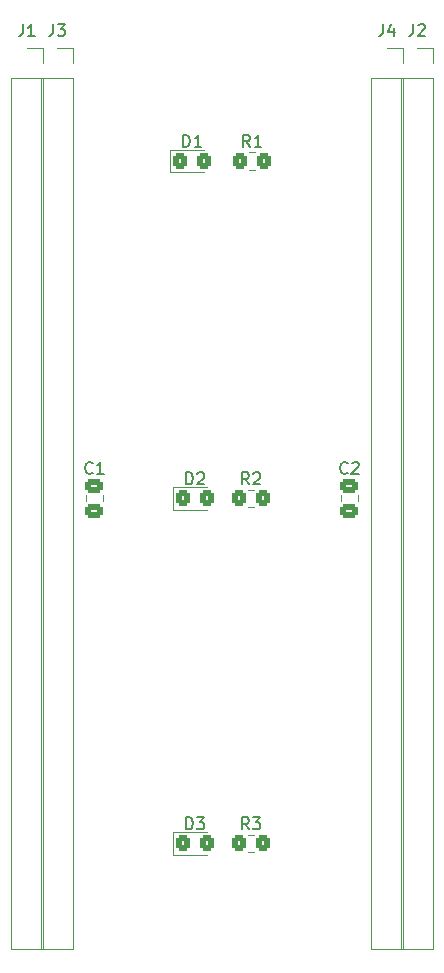
<source format=gto>
%TF.GenerationSoftware,KiCad,Pcbnew,8.0.4*%
%TF.CreationDate,2024-08-07T10:54:24+02:00*%
%TF.ProjectId,DCJ11_Carrier,44434a31-315f-4436-9172-726965722e6b,rev?*%
%TF.SameCoordinates,Original*%
%TF.FileFunction,Legend,Top*%
%TF.FilePolarity,Positive*%
%FSLAX46Y46*%
G04 Gerber Fmt 4.6, Leading zero omitted, Abs format (unit mm)*
G04 Created by KiCad (PCBNEW 8.0.4) date 2024-08-07 10:54:24*
%MOMM*%
%LPD*%
G01*
G04 APERTURE LIST*
G04 Aperture macros list*
%AMRoundRect*
0 Rectangle with rounded corners*
0 $1 Rounding radius*
0 $2 $3 $4 $5 $6 $7 $8 $9 X,Y pos of 4 corners*
0 Add a 4 corners polygon primitive as box body*
4,1,4,$2,$3,$4,$5,$6,$7,$8,$9,$2,$3,0*
0 Add four circle primitives for the rounded corners*
1,1,$1+$1,$2,$3*
1,1,$1+$1,$4,$5*
1,1,$1+$1,$6,$7*
1,1,$1+$1,$8,$9*
0 Add four rect primitives between the rounded corners*
20,1,$1+$1,$2,$3,$4,$5,0*
20,1,$1+$1,$4,$5,$6,$7,0*
20,1,$1+$1,$6,$7,$8,$9,0*
20,1,$1+$1,$8,$9,$2,$3,0*%
G04 Aperture macros list end*
%ADD10C,0.150000*%
%ADD11C,0.120000*%
%ADD12RoundRect,0.250000X-0.475000X0.337500X-0.475000X-0.337500X0.475000X-0.337500X0.475000X0.337500X0*%
%ADD13RoundRect,0.250000X0.475000X-0.337500X0.475000X0.337500X-0.475000X0.337500X-0.475000X-0.337500X0*%
%ADD14RoundRect,0.250000X-0.350000X-0.450000X0.350000X-0.450000X0.350000X0.450000X-0.350000X0.450000X0*%
%ADD15RoundRect,0.250000X-0.325000X-0.450000X0.325000X-0.450000X0.325000X0.450000X-0.325000X0.450000X0*%
%ADD16R,1.700000X1.700000*%
%ADD17R,2.200000X1.800000*%
G04 APERTURE END LIST*
D10*
X146518333Y-87989580D02*
X146470714Y-88037200D01*
X146470714Y-88037200D02*
X146327857Y-88084819D01*
X146327857Y-88084819D02*
X146232619Y-88084819D01*
X146232619Y-88084819D02*
X146089762Y-88037200D01*
X146089762Y-88037200D02*
X145994524Y-87941961D01*
X145994524Y-87941961D02*
X145946905Y-87846723D01*
X145946905Y-87846723D02*
X145899286Y-87656247D01*
X145899286Y-87656247D02*
X145899286Y-87513390D01*
X145899286Y-87513390D02*
X145946905Y-87322914D01*
X145946905Y-87322914D02*
X145994524Y-87227676D01*
X145994524Y-87227676D02*
X146089762Y-87132438D01*
X146089762Y-87132438D02*
X146232619Y-87084819D01*
X146232619Y-87084819D02*
X146327857Y-87084819D01*
X146327857Y-87084819D02*
X146470714Y-87132438D01*
X146470714Y-87132438D02*
X146518333Y-87180057D01*
X146899286Y-87180057D02*
X146946905Y-87132438D01*
X146946905Y-87132438D02*
X147042143Y-87084819D01*
X147042143Y-87084819D02*
X147280238Y-87084819D01*
X147280238Y-87084819D02*
X147375476Y-87132438D01*
X147375476Y-87132438D02*
X147423095Y-87180057D01*
X147423095Y-87180057D02*
X147470714Y-87275295D01*
X147470714Y-87275295D02*
X147470714Y-87370533D01*
X147470714Y-87370533D02*
X147423095Y-87513390D01*
X147423095Y-87513390D02*
X146851667Y-88084819D01*
X146851667Y-88084819D02*
X147470714Y-88084819D01*
X124928333Y-87989580D02*
X124880714Y-88037200D01*
X124880714Y-88037200D02*
X124737857Y-88084819D01*
X124737857Y-88084819D02*
X124642619Y-88084819D01*
X124642619Y-88084819D02*
X124499762Y-88037200D01*
X124499762Y-88037200D02*
X124404524Y-87941961D01*
X124404524Y-87941961D02*
X124356905Y-87846723D01*
X124356905Y-87846723D02*
X124309286Y-87656247D01*
X124309286Y-87656247D02*
X124309286Y-87513390D01*
X124309286Y-87513390D02*
X124356905Y-87322914D01*
X124356905Y-87322914D02*
X124404524Y-87227676D01*
X124404524Y-87227676D02*
X124499762Y-87132438D01*
X124499762Y-87132438D02*
X124642619Y-87084819D01*
X124642619Y-87084819D02*
X124737857Y-87084819D01*
X124737857Y-87084819D02*
X124880714Y-87132438D01*
X124880714Y-87132438D02*
X124928333Y-87180057D01*
X125880714Y-88084819D02*
X125309286Y-88084819D01*
X125595000Y-88084819D02*
X125595000Y-87084819D01*
X125595000Y-87084819D02*
X125499762Y-87227676D01*
X125499762Y-87227676D02*
X125404524Y-87322914D01*
X125404524Y-87322914D02*
X125309286Y-87370533D01*
X138173333Y-118184819D02*
X137840000Y-117708628D01*
X137601905Y-118184819D02*
X137601905Y-117184819D01*
X137601905Y-117184819D02*
X137982857Y-117184819D01*
X137982857Y-117184819D02*
X138078095Y-117232438D01*
X138078095Y-117232438D02*
X138125714Y-117280057D01*
X138125714Y-117280057D02*
X138173333Y-117375295D01*
X138173333Y-117375295D02*
X138173333Y-117518152D01*
X138173333Y-117518152D02*
X138125714Y-117613390D01*
X138125714Y-117613390D02*
X138078095Y-117661009D01*
X138078095Y-117661009D02*
X137982857Y-117708628D01*
X137982857Y-117708628D02*
X137601905Y-117708628D01*
X138506667Y-117184819D02*
X139125714Y-117184819D01*
X139125714Y-117184819D02*
X138792381Y-117565771D01*
X138792381Y-117565771D02*
X138935238Y-117565771D01*
X138935238Y-117565771D02*
X139030476Y-117613390D01*
X139030476Y-117613390D02*
X139078095Y-117661009D01*
X139078095Y-117661009D02*
X139125714Y-117756247D01*
X139125714Y-117756247D02*
X139125714Y-117994342D01*
X139125714Y-117994342D02*
X139078095Y-118089580D01*
X139078095Y-118089580D02*
X139030476Y-118137200D01*
X139030476Y-118137200D02*
X138935238Y-118184819D01*
X138935238Y-118184819D02*
X138649524Y-118184819D01*
X138649524Y-118184819D02*
X138554286Y-118137200D01*
X138554286Y-118137200D02*
X138506667Y-118089580D01*
X138173333Y-88974819D02*
X137840000Y-88498628D01*
X137601905Y-88974819D02*
X137601905Y-87974819D01*
X137601905Y-87974819D02*
X137982857Y-87974819D01*
X137982857Y-87974819D02*
X138078095Y-88022438D01*
X138078095Y-88022438D02*
X138125714Y-88070057D01*
X138125714Y-88070057D02*
X138173333Y-88165295D01*
X138173333Y-88165295D02*
X138173333Y-88308152D01*
X138173333Y-88308152D02*
X138125714Y-88403390D01*
X138125714Y-88403390D02*
X138078095Y-88451009D01*
X138078095Y-88451009D02*
X137982857Y-88498628D01*
X137982857Y-88498628D02*
X137601905Y-88498628D01*
X138554286Y-88070057D02*
X138601905Y-88022438D01*
X138601905Y-88022438D02*
X138697143Y-87974819D01*
X138697143Y-87974819D02*
X138935238Y-87974819D01*
X138935238Y-87974819D02*
X139030476Y-88022438D01*
X139030476Y-88022438D02*
X139078095Y-88070057D01*
X139078095Y-88070057D02*
X139125714Y-88165295D01*
X139125714Y-88165295D02*
X139125714Y-88260533D01*
X139125714Y-88260533D02*
X139078095Y-88403390D01*
X139078095Y-88403390D02*
X138506667Y-88974819D01*
X138506667Y-88974819D02*
X139125714Y-88974819D01*
X138263333Y-60399819D02*
X137930000Y-59923628D01*
X137691905Y-60399819D02*
X137691905Y-59399819D01*
X137691905Y-59399819D02*
X138072857Y-59399819D01*
X138072857Y-59399819D02*
X138168095Y-59447438D01*
X138168095Y-59447438D02*
X138215714Y-59495057D01*
X138215714Y-59495057D02*
X138263333Y-59590295D01*
X138263333Y-59590295D02*
X138263333Y-59733152D01*
X138263333Y-59733152D02*
X138215714Y-59828390D01*
X138215714Y-59828390D02*
X138168095Y-59876009D01*
X138168095Y-59876009D02*
X138072857Y-59923628D01*
X138072857Y-59923628D02*
X137691905Y-59923628D01*
X139215714Y-60399819D02*
X138644286Y-60399819D01*
X138930000Y-60399819D02*
X138930000Y-59399819D01*
X138930000Y-59399819D02*
X138834762Y-59542676D01*
X138834762Y-59542676D02*
X138739524Y-59637914D01*
X138739524Y-59637914D02*
X138644286Y-59685533D01*
X132856905Y-118184819D02*
X132856905Y-117184819D01*
X132856905Y-117184819D02*
X133095000Y-117184819D01*
X133095000Y-117184819D02*
X133237857Y-117232438D01*
X133237857Y-117232438D02*
X133333095Y-117327676D01*
X133333095Y-117327676D02*
X133380714Y-117422914D01*
X133380714Y-117422914D02*
X133428333Y-117613390D01*
X133428333Y-117613390D02*
X133428333Y-117756247D01*
X133428333Y-117756247D02*
X133380714Y-117946723D01*
X133380714Y-117946723D02*
X133333095Y-118041961D01*
X133333095Y-118041961D02*
X133237857Y-118137200D01*
X133237857Y-118137200D02*
X133095000Y-118184819D01*
X133095000Y-118184819D02*
X132856905Y-118184819D01*
X133761667Y-117184819D02*
X134380714Y-117184819D01*
X134380714Y-117184819D02*
X134047381Y-117565771D01*
X134047381Y-117565771D02*
X134190238Y-117565771D01*
X134190238Y-117565771D02*
X134285476Y-117613390D01*
X134285476Y-117613390D02*
X134333095Y-117661009D01*
X134333095Y-117661009D02*
X134380714Y-117756247D01*
X134380714Y-117756247D02*
X134380714Y-117994342D01*
X134380714Y-117994342D02*
X134333095Y-118089580D01*
X134333095Y-118089580D02*
X134285476Y-118137200D01*
X134285476Y-118137200D02*
X134190238Y-118184819D01*
X134190238Y-118184819D02*
X133904524Y-118184819D01*
X133904524Y-118184819D02*
X133809286Y-118137200D01*
X133809286Y-118137200D02*
X133761667Y-118089580D01*
X132856905Y-88974819D02*
X132856905Y-87974819D01*
X132856905Y-87974819D02*
X133095000Y-87974819D01*
X133095000Y-87974819D02*
X133237857Y-88022438D01*
X133237857Y-88022438D02*
X133333095Y-88117676D01*
X133333095Y-88117676D02*
X133380714Y-88212914D01*
X133380714Y-88212914D02*
X133428333Y-88403390D01*
X133428333Y-88403390D02*
X133428333Y-88546247D01*
X133428333Y-88546247D02*
X133380714Y-88736723D01*
X133380714Y-88736723D02*
X133333095Y-88831961D01*
X133333095Y-88831961D02*
X133237857Y-88927200D01*
X133237857Y-88927200D02*
X133095000Y-88974819D01*
X133095000Y-88974819D02*
X132856905Y-88974819D01*
X133809286Y-88070057D02*
X133856905Y-88022438D01*
X133856905Y-88022438D02*
X133952143Y-87974819D01*
X133952143Y-87974819D02*
X134190238Y-87974819D01*
X134190238Y-87974819D02*
X134285476Y-88022438D01*
X134285476Y-88022438D02*
X134333095Y-88070057D01*
X134333095Y-88070057D02*
X134380714Y-88165295D01*
X134380714Y-88165295D02*
X134380714Y-88260533D01*
X134380714Y-88260533D02*
X134333095Y-88403390D01*
X134333095Y-88403390D02*
X133761667Y-88974819D01*
X133761667Y-88974819D02*
X134380714Y-88974819D01*
X132611905Y-60399819D02*
X132611905Y-59399819D01*
X132611905Y-59399819D02*
X132850000Y-59399819D01*
X132850000Y-59399819D02*
X132992857Y-59447438D01*
X132992857Y-59447438D02*
X133088095Y-59542676D01*
X133088095Y-59542676D02*
X133135714Y-59637914D01*
X133135714Y-59637914D02*
X133183333Y-59828390D01*
X133183333Y-59828390D02*
X133183333Y-59971247D01*
X133183333Y-59971247D02*
X133135714Y-60161723D01*
X133135714Y-60161723D02*
X133088095Y-60256961D01*
X133088095Y-60256961D02*
X132992857Y-60352200D01*
X132992857Y-60352200D02*
X132850000Y-60399819D01*
X132850000Y-60399819D02*
X132611905Y-60399819D01*
X134135714Y-60399819D02*
X133564286Y-60399819D01*
X133850000Y-60399819D02*
X133850000Y-59399819D01*
X133850000Y-59399819D02*
X133754762Y-59542676D01*
X133754762Y-59542676D02*
X133659524Y-59637914D01*
X133659524Y-59637914D02*
X133564286Y-59685533D01*
X119046666Y-50024819D02*
X119046666Y-50739104D01*
X119046666Y-50739104D02*
X118999047Y-50881961D01*
X118999047Y-50881961D02*
X118903809Y-50977200D01*
X118903809Y-50977200D02*
X118760952Y-51024819D01*
X118760952Y-51024819D02*
X118665714Y-51024819D01*
X120046666Y-51024819D02*
X119475238Y-51024819D01*
X119760952Y-51024819D02*
X119760952Y-50024819D01*
X119760952Y-50024819D02*
X119665714Y-50167676D01*
X119665714Y-50167676D02*
X119570476Y-50262914D01*
X119570476Y-50262914D02*
X119475238Y-50310533D01*
X152066666Y-50024819D02*
X152066666Y-50739104D01*
X152066666Y-50739104D02*
X152019047Y-50881961D01*
X152019047Y-50881961D02*
X151923809Y-50977200D01*
X151923809Y-50977200D02*
X151780952Y-51024819D01*
X151780952Y-51024819D02*
X151685714Y-51024819D01*
X152495238Y-50120057D02*
X152542857Y-50072438D01*
X152542857Y-50072438D02*
X152638095Y-50024819D01*
X152638095Y-50024819D02*
X152876190Y-50024819D01*
X152876190Y-50024819D02*
X152971428Y-50072438D01*
X152971428Y-50072438D02*
X153019047Y-50120057D01*
X153019047Y-50120057D02*
X153066666Y-50215295D01*
X153066666Y-50215295D02*
X153066666Y-50310533D01*
X153066666Y-50310533D02*
X153019047Y-50453390D01*
X153019047Y-50453390D02*
X152447619Y-51024819D01*
X152447619Y-51024819D02*
X153066666Y-51024819D01*
X149526666Y-50024819D02*
X149526666Y-50739104D01*
X149526666Y-50739104D02*
X149479047Y-50881961D01*
X149479047Y-50881961D02*
X149383809Y-50977200D01*
X149383809Y-50977200D02*
X149240952Y-51024819D01*
X149240952Y-51024819D02*
X149145714Y-51024819D01*
X150431428Y-50358152D02*
X150431428Y-51024819D01*
X150193333Y-49977200D02*
X149955238Y-50691485D01*
X149955238Y-50691485D02*
X150574285Y-50691485D01*
X121586666Y-50024819D02*
X121586666Y-50739104D01*
X121586666Y-50739104D02*
X121539047Y-50881961D01*
X121539047Y-50881961D02*
X121443809Y-50977200D01*
X121443809Y-50977200D02*
X121300952Y-51024819D01*
X121300952Y-51024819D02*
X121205714Y-51024819D01*
X121967619Y-50024819D02*
X122586666Y-50024819D01*
X122586666Y-50024819D02*
X122253333Y-50405771D01*
X122253333Y-50405771D02*
X122396190Y-50405771D01*
X122396190Y-50405771D02*
X122491428Y-50453390D01*
X122491428Y-50453390D02*
X122539047Y-50501009D01*
X122539047Y-50501009D02*
X122586666Y-50596247D01*
X122586666Y-50596247D02*
X122586666Y-50834342D01*
X122586666Y-50834342D02*
X122539047Y-50929580D01*
X122539047Y-50929580D02*
X122491428Y-50977200D01*
X122491428Y-50977200D02*
X122396190Y-51024819D01*
X122396190Y-51024819D02*
X122110476Y-51024819D01*
X122110476Y-51024819D02*
X122015238Y-50977200D01*
X122015238Y-50977200D02*
X121967619Y-50929580D01*
D11*
%TO.C,C2*%
X147420000Y-89908748D02*
X147420000Y-90431252D01*
X145950000Y-89908748D02*
X145950000Y-90431252D01*
%TO.C,C1*%
X124360000Y-90431252D02*
X124360000Y-89908748D01*
X125830000Y-90431252D02*
X125830000Y-89908748D01*
%TO.C,R3*%
X138112936Y-120115000D02*
X138567064Y-120115000D01*
X138112936Y-118645000D02*
X138567064Y-118645000D01*
%TO.C,R2*%
X138112936Y-90905000D02*
X138567064Y-90905000D01*
X138112936Y-89435000D02*
X138567064Y-89435000D01*
%TO.C,R1*%
X138202936Y-60860000D02*
X138657064Y-60860000D01*
X138202936Y-62330000D02*
X138657064Y-62330000D01*
%TO.C,D3*%
X134595000Y-118420000D02*
X131735000Y-118420000D01*
X131735000Y-120340000D02*
X134595000Y-120340000D01*
X131735000Y-118420000D02*
X131735000Y-120340000D01*
%TO.C,D2*%
X134595000Y-89210000D02*
X131735000Y-89210000D01*
X131735000Y-91130000D02*
X134595000Y-91130000D01*
X131735000Y-89210000D02*
X131735000Y-91130000D01*
%TO.C,D1*%
X131490000Y-60635000D02*
X131490000Y-62555000D01*
X131490000Y-62555000D02*
X134350000Y-62555000D01*
X134350000Y-60635000D02*
X131490000Y-60635000D01*
%TO.C,J1*%
X120710000Y-54610000D02*
X120710000Y-128330000D01*
X120710000Y-52010000D02*
X120710000Y-53340000D01*
X119380000Y-52010000D02*
X120710000Y-52010000D01*
X118050000Y-128330000D02*
X120710000Y-128330000D01*
X118050000Y-54610000D02*
X120710000Y-54610000D01*
X118050000Y-54610000D02*
X118050000Y-128330000D01*
%TO.C,J2*%
X153730000Y-54610000D02*
X153730000Y-128330000D01*
X153730000Y-52010000D02*
X153730000Y-53340000D01*
X152400000Y-52010000D02*
X153730000Y-52010000D01*
X151070000Y-128330000D02*
X153730000Y-128330000D01*
X151070000Y-54610000D02*
X153730000Y-54610000D01*
X151070000Y-54610000D02*
X151070000Y-128330000D01*
%TO.C,J4*%
X151190000Y-54610000D02*
X151190000Y-128330000D01*
X151190000Y-52010000D02*
X151190000Y-53340000D01*
X149860000Y-52010000D02*
X151190000Y-52010000D01*
X148530000Y-128330000D02*
X151190000Y-128330000D01*
X148530000Y-54610000D02*
X151190000Y-54610000D01*
X148530000Y-54610000D02*
X148530000Y-128330000D01*
%TO.C,J3*%
X123250000Y-54610000D02*
X123250000Y-128330000D01*
X123250000Y-52010000D02*
X123250000Y-53340000D01*
X121920000Y-52010000D02*
X123250000Y-52010000D01*
X120590000Y-128330000D02*
X123250000Y-128330000D01*
X120590000Y-54610000D02*
X123250000Y-54610000D01*
X120590000Y-54610000D02*
X120590000Y-128330000D01*
%TD*%
%LPC*%
D12*
%TO.C,C2*%
X146685000Y-89132500D03*
X146685000Y-91207500D03*
%TD*%
D13*
%TO.C,C1*%
X125095000Y-91207500D03*
X125095000Y-89132500D03*
%TD*%
D14*
%TO.C,R3*%
X139340000Y-119380000D03*
X137340000Y-119380000D03*
%TD*%
%TO.C,R2*%
X139340000Y-90170000D03*
X137340000Y-90170000D03*
%TD*%
%TO.C,R1*%
X137430000Y-61595000D03*
X139430000Y-61595000D03*
%TD*%
D15*
%TO.C,D3*%
X134620000Y-119380000D03*
X132570000Y-119380000D03*
%TD*%
%TO.C,D2*%
X134620000Y-90170000D03*
X132570000Y-90170000D03*
%TD*%
%TO.C,D1*%
X132325000Y-61595000D03*
X134375000Y-61595000D03*
%TD*%
D16*
%TO.C,J1*%
X119380000Y-127000000D03*
X119380000Y-124460000D03*
X119380000Y-121920000D03*
X119380000Y-119380000D03*
X119380000Y-116840000D03*
X119380000Y-114300000D03*
X119380000Y-111760000D03*
X119380000Y-109220000D03*
X119380000Y-106680000D03*
X119380000Y-104140000D03*
X119380000Y-101600000D03*
X119380000Y-99060000D03*
X119380000Y-96520000D03*
X119380000Y-93980000D03*
X119380000Y-91440000D03*
X119380000Y-88900000D03*
X119380000Y-86360000D03*
X119380000Y-83820000D03*
X119380000Y-81280000D03*
X119380000Y-78740000D03*
X119380000Y-76200000D03*
X119380000Y-73660000D03*
X119380000Y-71120000D03*
X119380000Y-68580000D03*
X119380000Y-66040000D03*
X119380000Y-63500000D03*
X119380000Y-60960000D03*
X119380000Y-58420000D03*
X119380000Y-55880000D03*
X119380000Y-53340000D03*
%TD*%
%TO.C,J2*%
X152400000Y-127000000D03*
X152400000Y-124460000D03*
X152400000Y-121920000D03*
X152400000Y-119380000D03*
X152400000Y-116840000D03*
X152400000Y-114300000D03*
X152400000Y-111760000D03*
X152400000Y-109220000D03*
X152400000Y-106680000D03*
X152400000Y-104140000D03*
X152400000Y-101600000D03*
X152400000Y-99060000D03*
X152400000Y-96520000D03*
X152400000Y-93980000D03*
X152400000Y-91440000D03*
X152400000Y-88900000D03*
X152400000Y-86360000D03*
X152400000Y-83820000D03*
X152400000Y-81280000D03*
X152400000Y-78740000D03*
X152400000Y-76200000D03*
X152400000Y-73660000D03*
X152400000Y-71120000D03*
X152400000Y-68580000D03*
X152400000Y-66040000D03*
X152400000Y-63500000D03*
X152400000Y-60960000D03*
X152400000Y-58420000D03*
X152400000Y-55880000D03*
X152400000Y-53340000D03*
%TD*%
D17*
%TO.C,J4*%
X149860000Y-127000000D03*
X149860000Y-124460000D03*
X149860000Y-121920000D03*
X149860000Y-119380000D03*
X149860000Y-116840000D03*
X149860000Y-114300000D03*
X149860000Y-111760000D03*
X149860000Y-109220000D03*
X149860000Y-106680000D03*
X149860000Y-104140000D03*
X149860000Y-101600000D03*
X149860000Y-99060000D03*
X149860000Y-96520000D03*
X149860000Y-93980000D03*
X149860000Y-91440000D03*
X149860000Y-88900000D03*
X149860000Y-86360000D03*
X149860000Y-83820000D03*
X149860000Y-81280000D03*
X149860000Y-78740000D03*
X149860000Y-76200000D03*
X149860000Y-73660000D03*
X149860000Y-71120000D03*
X149860000Y-68580000D03*
X149860000Y-66040000D03*
X149860000Y-63500000D03*
X149860000Y-60960000D03*
X149860000Y-58420000D03*
X149860000Y-55880000D03*
X149860000Y-53340000D03*
%TD*%
%TO.C,J3*%
X121920000Y-127000000D03*
X121920000Y-124460000D03*
X121920000Y-121920000D03*
X121920000Y-119380000D03*
X121920000Y-116840000D03*
X121920000Y-114300000D03*
X121920000Y-111760000D03*
X121920000Y-109220000D03*
X121920000Y-106680000D03*
X121920000Y-104140000D03*
X121920000Y-101600000D03*
X121920000Y-99060000D03*
X121920000Y-96520000D03*
X121920000Y-93980000D03*
X121920000Y-91440000D03*
X121920000Y-88900000D03*
X121920000Y-86360000D03*
X121920000Y-83820000D03*
X121920000Y-81280000D03*
X121920000Y-78740000D03*
X121920000Y-76200000D03*
X121920000Y-73660000D03*
X121920000Y-71120000D03*
X121920000Y-68580000D03*
X121920000Y-66040000D03*
X121920000Y-63500000D03*
X121920000Y-60960000D03*
X121920000Y-58420000D03*
X121920000Y-55880000D03*
X121920000Y-53340000D03*
%TD*%
%LPD*%
M02*

</source>
